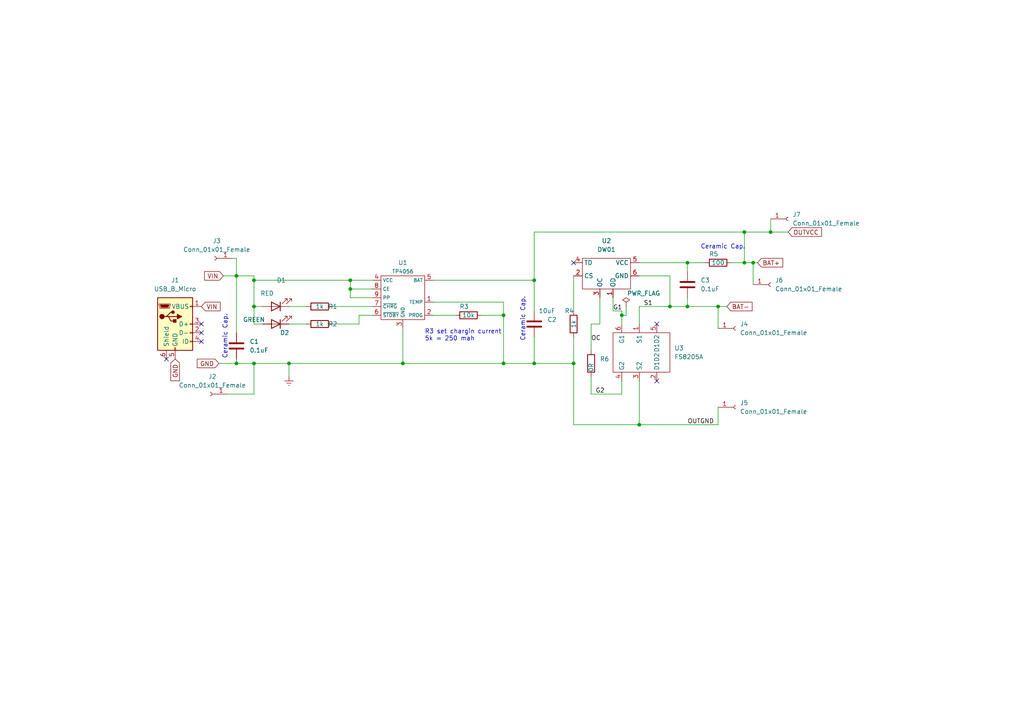
<source format=kicad_sch>
(kicad_sch (version 20230121) (generator eeschema)
  (paper "A4")
  (lib_symbols
    (symbol "Connector:Conn_01x01_Female" (pin_names (offset 1.016) hide)
      (property "Reference" "J" (at 0 2.54 0))
      (property "Value" "Conn_01x01_Female" (at 0 -2.54 0))
      (symbol "Conn_01x01_Female_1_1"
        (polyline (pts (xy -1.27 0) (xy -0.508 0)) (stroke (width 0.1524)))
        (arc (start 0 0.508) (mid -0.5058 0) (end 0 -0.508) (stroke (width 0.1524)))
        (pin passive line (at -5.08 0 0) (length 3.81) (name "Pin_1") (number "1"))
      )
    )
    (symbol "Connector:USB_B_Micro" (pin_names (offset 1.016))
      (property "Reference" "J" (at -5.08 11.43 0))
      (property "Value" "USB_B_Micro" (at -5.08 8.89 0))
      (symbol "USB_B_Micro_0_1"
        (rectangle (start -5.08 -7.62) (end 5.08 7.62) (stroke (width 0.254)) (fill (type background)))
        (circle (center -3.81 2.159) (radius 0.635) (stroke (width 0.254)) (fill (type outline)))
        (circle (center -0.635 3.429) (radius 0.381) (stroke (width 0.254)) (fill (type outline)))
        (rectangle (start -0.127 -7.62) (end 0.127 -6.858))
        (polyline (pts (xy -1.905 2.159) (xy 0.635 2.159)) (stroke (width 0.254)))
        (polyline (pts (xy -3.175 2.159) (xy -2.54 2.159) (xy -1.27 3.429) (xy -0.635 3.429)) (stroke (width 0.254)))
        (polyline (pts (xy -2.54 2.159) (xy -1.905 2.159) (xy -1.27 0.889) (xy 0 0.889)) (stroke (width 0.254)))
        (polyline (pts (xy 0.635 2.794) (xy 0.635 1.524) (xy 1.905 2.159) (xy 0.635 2.794)) (stroke (width 0.254)) (fill (type outline)))
        (polyline (pts (xy -4.318 5.588) (xy -1.778 5.588) (xy -2.032 4.826) (xy -4.064 4.826) (xy -4.318 5.588)) (fill (type outline)))
        (polyline (pts (xy -4.699 5.842) (xy -4.699 5.588) (xy -4.445 4.826) (xy -4.445 4.572) (xy -1.651 4.572) (xy -1.651 4.826) (xy -1.397 5.588) (xy -1.397 5.842) (xy -4.699 5.842)))
        (rectangle (start 0.254 1.27) (end -0.508 0.508) (stroke (width 0.254)) (fill (type outline)))
        (rectangle (start 5.08 -5.207) (end 4.318 -4.953))
        (rectangle (start 5.08 -2.667) (end 4.318 -2.413))
        (rectangle (start 5.08 -0.127) (end 4.318 0.127))
        (rectangle (start 5.08 4.953) (end 4.318 5.207))
      )
      (symbol "USB_B_Micro_1_1"
        (pin power_out line (at 7.62 5.08 180) (length 2.54) (name "VBUS") (number "1"))
        (pin bidirectional line (at 7.62 -2.54 180) (length 2.54) (name "D-") (number "2"))
        (pin bidirectional line (at 7.62 0 180) (length 2.54) (name "D+") (number "3"))
        (pin passive line (at 7.62 -5.08 180) (length 2.54) (name "ID") (number "4"))
        (pin power_out line (at 0 -10.16 90) (length 2.54) (name "GND") (number "5"))
        (pin passive line (at -2.54 -10.16 90) (length 2.54) (name "Shield") (number "6"))
      )
    )
    (symbol "Device:C" (pin_numbers hide) (pin_names (offset 0.254))
      (property "Reference" "C" (at 0.635 2.54 0))
      (property "Value" "C" (at 0.635 -2.54 0))
      (symbol "C_0_1"
        (polyline (pts (xy -2.032 -0.762) (xy 2.032 -0.762)) (stroke (width 0.508)))
        (polyline (pts (xy -2.032 0.762) (xy 2.032 0.762)) (stroke (width 0.508)))
      )
      (symbol "C_1_1"
        (pin passive line (at 0 3.81 270) (length 2.794) (name "~") (number "1"))
        (pin passive line (at 0 -3.81 90) (length 2.794) (name "~") (number "2"))
      )
    )
    (symbol "Device:LED" (pin_numbers hide) (pin_names (offset 1.016) hide)
      (property "Reference" "D" (at 0 2.54 0))
      (property "Value" "LED" (at 0 -2.54 0))
      (symbol "LED_0_1"
        (polyline (pts (xy -1.27 -1.27) (xy -1.27 1.27)) (stroke (width 0.254)))
        (polyline (pts (xy -1.27 0) (xy 1.27 0)))
        (polyline (pts (xy 1.27 -1.27) (xy 1.27 1.27) (xy -1.27 0) (xy 1.27 -1.27)) (stroke (width 0.254)))
        (polyline (pts (xy -3.048 -0.762) (xy -4.572 -2.286) (xy -3.81 -2.286) (xy -4.572 -2.286) (xy -4.572 -1.524)))
        (polyline (pts (xy -1.778 -0.762) (xy -3.302 -2.286) (xy -2.54 -2.286) (xy -3.302 -2.286) (xy -3.302 -1.524)))
      )
      (symbol "LED_1_1"
        (pin passive line (at -3.81 0 0) (length 2.54) (name "K") (number "1"))
        (pin passive line (at 3.81 0 180) (length 2.54) (name "A") (number "2"))
      )
    )
    (symbol "Device:R" (pin_numbers hide) (pin_names (offset 0))
      (property "Reference" "R" (at 2.032 0 90))
      (property "Value" "R" (at 0 0 90))
      (symbol "R_0_1"
        (rectangle (start -1.016 -2.54) (end 1.016 2.54) (stroke (width 0.254)))
      )
      (symbol "R_1_1"
        (pin passive line (at 0 3.81 270) (length 1.27) (name "~") (number "1"))
        (pin passive line (at 0 -3.81 90) (length 1.27) (name "~") (number "2"))
      )
    )
    (symbol "dw01:DW01"
      (property "Reference" "U" (at 1.27 10.16 0))
      (property "Value" "DW01" (at 11.43 10.16 0))
      (symbol "DW01_0_1"
        (rectangle (start 0 8.89) (end 13.97 0))
      )
      (symbol "DW01_1_1"
        (pin input line (at 8.89 -2.54 90) (length 2.54) (name "OD") (number "1"))
        (pin input line (at -2.54 3.81 0) (length 2.54) (name "CS") (number "2"))
        (pin input line (at 5.08 -2.54 90) (length 2.54) (name "OC") (number "3"))
        (pin input line (at -2.54 7.62 0) (length 2.54) (name "TD") (number "4"))
        (pin input line (at 16.51 7.62 180) (length 2.54) (name "VCC") (number "5"))
        (pin input line (at 16.51 3.81 180) (length 2.54) (name "GND") (number "6"))
      )
    )
    (symbol "fs8205:FS8205A"
      (property "Reference" "U" (at 1.27 5.08 0))
      (property "Value" "FS8205A" (at -1.27 8.89 90))
      (symbol "FS8205A_0_1"
        (rectangle (start 0 11.43) (end 16.51 0))
      )
      (symbol "FS8205A_1_1"
        (pin input line (at 7.62 13.97 270) (length 2.54) (name "S1") (number "1"))
        (pin input line (at 12.7 -2.54 90) (length 2.54) (name "D1D2") (number "2"))
        (pin input line (at 7.62 -2.54 90) (length 2.54) (name "S2") (number "3"))
        (pin input line (at 2.54 -2.54 90) (length 2.54) (name "G2") (number "4"))
        (pin input line (at 12.7 13.97 270) (length 2.54) (name "D1D2") (number "5"))
        (pin input line (at 2.54 13.97 270) (length 2.54) (name "G1") (number "6"))
      )
    )
    (symbol "power:Earth" (power) (pin_names (offset 0))
      (symbol "Earth_0_1"
        (polyline (pts (xy -0.635 -1.905) (xy 0.635 -1.905)))
        (polyline (pts (xy -0.127 -2.54) (xy 0.127 -2.54)))
        (polyline (pts (xy 0 -1.27) (xy 0 0)))
        (polyline (pts (xy 1.27 -1.27) (xy -1.27 -1.27)))
      )
      (symbol "Earth_1_1"
        (pin power_in line (at 0 0 270) (length 0) hide (name "Earth") (number "1"))
      )
    )
    (symbol "power:PWR_FLAG" (power) (pin_numbers hide) (pin_names (offset 0) hide)
      (property "Value" "PWR_FLAG" (at 0 3.81 0))
      (symbol "PWR_FLAG_0_0"
        (pin power_out line (at 0 0 90) (length 0) (name "pwr") (number "1"))
      )
      (symbol "PWR_FLAG_0_1"
        (polyline (pts (xy 0 0) (xy 0 1.27) (xy -1.016 1.905) (xy 0 2.54) (xy 1.016 1.905) (xy 0 1.27)))
      )
    )
    (symbol "tp4056:TP4056"
      (property "Reference" "U" (at 1.27 13.97 0))
      (property "Value" "TP4056" (at 8.89 13.97 0))
      (symbol "TP4056_0_1"
        (rectangle (start 0 12.7) (end 12.7 0))
      )
      (symbol "TP4056_1_1"
        (pin input line (at 15.24 5.08 180) (length 2.54) (name "TEMP") (number "1"))
        (pin input line (at 15.24 1.27 180) (length 2.54) (name "PROG") (number "2"))
        (pin input line (at 6.35 -2.54 90) (length 2.54) (name "GND") (number "3"))
        (pin input line (at -2.54 11.43 0) (length 2.54) (name "VCC") (number "4"))
        (pin input line (at 15.24 11.43 180) (length 2.54) (name "BAT") (number "5"))
        (pin input line (at -2.54 1.27 0) (length 2.54) (name "~{STDBY}") (number "6"))
        (pin input line (at -2.54 3.81 0) (length 2.54) (name "~{CHRG}") (number "7"))
        (pin input line (at -2.54 8.89 0) (length 2.54) (name "CE") (number "8"))
        (pin input line (at -2.54 6.35 0) (length 2.54) (name "PP") (number "9"))
      )
    )
  )
  (junction (at 73.66 88.9))
  (junction (at 208.28 88.9))
  (junction (at 180.34 91.44))
  (junction (at 194.31 88.9))
  (junction (at 146.05 105.41))
  (junction (at 218.44 76.2))
  (junction (at 154.94 105.41))
  (junction (at 154.94 81.28))
  (junction (at 83.82 105.41))
  (junction (at 73.66 105.41))
  (junction (at 185.42 123.19))
  (junction (at 101.6 81.28))
  (junction (at 166.37 105.41))
  (junction (at 199.39 88.9))
  (junction (at 68.58 80.01))
  (junction (at 223.52 67.31))
  (junction (at 146.05 91.44))
  (junction (at 101.6 83.82))
  (junction (at 116.84 105.41))
  (junction (at 215.9 76.2))
  (junction (at 199.39 76.2))
  (junction (at 215.9 67.31))
  (junction (at 73.66 81.28))
  (junction (at 68.58 105.41))
  (no_connect (at 58.42 93.98))
  (no_connect (at 58.42 99.06))
  (no_connect (at 58.42 96.52))
  (no_connect (at 166.37 76.2))
  (no_connect (at 190.5 110.49))
  (no_connect (at 190.5 93.98))
  (no_connect (at 48.26 104.14))
  (wire (pts (xy 116.84 105.41) (xy 146.05 105.41)))
  (wire (pts (xy 154.94 105.41) (xy 166.37 105.41)))
  (wire (pts (xy 194.31 80.01) (xy 194.31 88.9)))
  (wire (pts (xy 96.52 88.9) (xy 107.95 88.9)))
  (wire (pts (xy 73.66 81.28) (xy 101.6 81.28)))
  (wire (pts (xy 199.39 76.2) (xy 204.47 76.2)))
  (wire (pts (xy 73.66 105.41) (xy 83.82 105.41)))
  (wire (pts (xy 101.6 81.28) (xy 107.95 81.28)))
  (wire (pts (xy 154.94 81.28) (xy 154.94 90.17)))
  (wire (pts (xy 73.66 80.01) (xy 73.66 81.28)))
  (wire (pts (xy 154.94 67.31) (xy 215.9 67.31)))
  (wire (pts (xy 83.82 88.9) (xy 88.9 88.9)))
  (wire (pts (xy 83.82 105.41) (xy 83.82 109.22)))
  (wire (pts (xy 146.05 87.63) (xy 146.05 91.44)))
  (wire (pts (xy 101.6 83.82) (xy 107.95 83.82)))
  (wire (pts (xy 208.28 88.9) (xy 208.28 95.25)))
  (wire (pts (xy 101.6 81.28) (xy 101.6 83.82)))
  (wire (pts (xy 146.05 91.44) (xy 146.05 105.41)))
  (wire (pts (xy 76.2 93.98) (xy 73.66 93.98)))
  (wire (pts (xy 73.66 88.9) (xy 73.66 81.28)))
  (wire (pts (xy 215.9 67.31) (xy 215.9 76.2)))
  (wire (pts (xy 63.5 105.41) (xy 68.58 105.41)))
  (wire (pts (xy 194.31 88.9) (xy 199.39 88.9)))
  (wire (pts (xy 180.34 91.44) (xy 180.34 93.98)))
  (wire (pts (xy 177.8 90.17) (xy 180.34 90.17)))
  (wire (pts (xy 73.66 114.3) (xy 73.66 105.41)))
  (wire (pts (xy 73.66 88.9) (xy 76.2 88.9)))
  (wire (pts (xy 199.39 88.9) (xy 208.28 88.9)))
  (wire (pts (xy 185.42 76.2) (xy 199.39 76.2)))
  (wire (pts (xy 166.37 97.79) (xy 166.37 105.41)))
  (wire (pts (xy 215.9 76.2) (xy 218.44 76.2)))
  (wire (pts (xy 185.42 93.98) (xy 185.42 88.9)))
  (wire (pts (xy 66.04 114.3) (xy 73.66 114.3)))
  (wire (pts (xy 171.45 114.3) (xy 180.34 114.3)))
  (wire (pts (xy 177.8 86.36) (xy 177.8 90.17)))
  (wire (pts (xy 104.14 91.44) (xy 104.14 93.98)))
  (wire (pts (xy 68.58 105.41) (xy 73.66 105.41)))
  (wire (pts (xy 68.58 74.93) (xy 68.58 80.01)))
  (wire (pts (xy 107.95 86.36) (xy 101.6 86.36)))
  (wire (pts (xy 68.58 104.14) (xy 68.58 105.41)))
  (wire (pts (xy 223.52 63.5) (xy 223.52 67.31)))
  (wire (pts (xy 83.82 93.98) (xy 88.9 93.98)))
  (wire (pts (xy 146.05 105.41) (xy 154.94 105.41)))
  (wire (pts (xy 215.9 67.31) (xy 223.52 67.31)))
  (wire (pts (xy 218.44 76.2) (xy 219.71 76.2)))
  (wire (pts (xy 166.37 80.01) (xy 166.37 90.17)))
  (wire (pts (xy 166.37 105.41) (xy 166.37 123.19)))
  (wire (pts (xy 171.45 109.22) (xy 171.45 114.3)))
  (wire (pts (xy 154.94 67.31) (xy 154.94 81.28)))
  (wire (pts (xy 68.58 80.01) (xy 73.66 80.01)))
  (wire (pts (xy 104.14 93.98) (xy 96.52 93.98)))
  (wire (pts (xy 199.39 86.36) (xy 199.39 88.9)))
  (wire (pts (xy 67.31 74.93) (xy 68.58 74.93)))
  (wire (pts (xy 208.28 118.11) (xy 208.28 123.19)))
  (wire (pts (xy 139.7 91.44) (xy 146.05 91.44)))
  (wire (pts (xy 173.99 93.98) (xy 171.45 93.98)))
  (wire (pts (xy 73.66 93.98) (xy 73.66 88.9)))
  (wire (pts (xy 107.95 91.44) (xy 104.14 91.44)))
  (wire (pts (xy 212.09 76.2) (xy 215.9 76.2)))
  (wire (pts (xy 125.73 87.63) (xy 146.05 87.63)))
  (wire (pts (xy 68.58 80.01) (xy 68.58 96.52)))
  (wire (pts (xy 101.6 83.82) (xy 101.6 86.36)))
  (wire (pts (xy 208.28 88.9) (xy 210.82 88.9)))
  (wire (pts (xy 185.42 110.49) (xy 185.42 123.19)))
  (wire (pts (xy 185.42 80.01) (xy 194.31 80.01)))
  (wire (pts (xy 199.39 76.2) (xy 199.39 78.74)))
  (wire (pts (xy 185.42 123.19) (xy 208.28 123.19)))
  (wire (pts (xy 223.52 67.31) (xy 228.6 67.31)))
  (wire (pts (xy 185.42 88.9) (xy 194.31 88.9)))
  (wire (pts (xy 180.34 114.3) (xy 180.34 110.49)))
  (wire (pts (xy 83.82 105.41) (xy 116.84 105.41)))
  (wire (pts (xy 125.73 91.44) (xy 132.08 91.44)))
  (wire (pts (xy 181.61 88.9) (xy 181.61 91.44)))
  (wire (pts (xy 171.45 93.98) (xy 171.45 101.6)))
  (wire (pts (xy 173.99 86.36) (xy 173.99 93.98)))
  (wire (pts (xy 181.61 91.44) (xy 180.34 91.44)))
  (wire (pts (xy 180.34 90.17) (xy 180.34 91.44)))
  (wire (pts (xy 166.37 123.19) (xy 185.42 123.19)))
  (wire (pts (xy 154.94 97.79) (xy 154.94 105.41)))
  (wire (pts (xy 64.77 80.01) (xy 68.58 80.01)))
  (wire (pts (xy 116.84 95.25) (xy 116.84 105.41)))
  (wire (pts (xy 125.73 81.28) (xy 154.94 81.28)))
  (wire (pts (xy 218.44 76.2) (xy 218.44 82.55)))
  (text "Ceramic Cap." (at 66.04 104.14 90) (effects (font (size 1.27 1.27)) (justify left bottom)))
  (text "Ceramic Cap." (at 152.4 99.06 90) (effects (font (size 1.27 1.27)) (justify left bottom)))
  (text "R3 set chargin current\n5k = 250 mah" (at 123.19 99.06 0) (effects (font (size 1.27 1.27)) (justify left bottom)))
  (text "Ceramic Cap." (at 203.2 72.39 0) (effects (font (size 1.27 1.27)) (justify left bottom)))
  (label "OUTGND" (at 199.39 123.19 0))
  (label "G1" (at 177.8 90.17 0))
  (label "OC" (at 171.45 99.06 0))
  (label "G2" (at 172.72 114.3 0))
  (label "S1" (at 186.69 88.9 0))
  (global_label "VIN" (shape input) (at 64.77 80.01 180) (property "Intersheetrefs" "${INTERSHEET_REFS}" (effects hide)))
  (global_label "GND" (shape input) (at 63.5 105.41 180) (property "Intersheetrefs" "${INTERSHEET_REFS}" (effects hide)))
  (global_label "OUTVCC" (shape input) (at 228.6 67.31 0) (property "Intersheetrefs" "${INTERSHEET_REFS}" (effects hide)))
  (global_label "BAT+" (shape input) (at 219.71 76.2 0) (property "Intersheetrefs" "${INTERSHEET_REFS}" (effects hide)))
  (global_label "VIN" (shape input) (at 58.42 88.9 0) (property "Intersheetrefs" "${INTERSHEET_REFS}" (effects hide)))
  (global_label "GND" (shape input) (at 50.8 104.14 270) (property "Intersheetrefs" "${INTERSHEET_REFS}" (effects hide)))
  (global_label "BAT-" (shape input) (at 210.82 88.9 0) (property "Intersheetrefs" "${INTERSHEET_REFS}" (effects hide)))
  (symbol (lib_id "Device:C") (at 154.94 93.98 0) (unit 1)
    (property "Reference" "C2" (at 158.75 92.7099 0) (effects (justify left)))
    (property "Value" "10uF" (at 156.21 90.17 0) (effects (justify left)))
    (property "Footprint" "Capacitor_SMD:C_0805_2012Metric_Pad1.18x1.45mm_HandSolder" (effects hide))
  )
  (symbol (lib_id "power:Earth") (at 83.82 109.22 0) (unit 1)
    (property "Reference" "#PWR01" (effects hide))
    (property "Value" "Earth" (effects hide))
  )
  (symbol (lib_id "Device:LED") (at 80.01 88.9 180) (unit 1)
    (property "Reference" "D1" (at 81.5975 81.28 0))
    (property "Value" "RED" (at 77.47 85.09 0))
    (property "Footprint" "LED_SMD:LED_0805_2012Metric_Pad1.15x1.40mm_HandSolder" (effects hide))
  )
  (symbol (lib_id "Device:R") (at 92.71 88.9 90) (unit 1)
    (property "Reference" "R1" (at 96.52 88.9 90))
    (property "Value" "1k" (at 92.71 88.9 90))
    (property "Footprint" "Resistor_SMD:R_0603_1608Metric_Pad0.98x0.95mm_HandSolder" (effects hide))
  )
  (symbol (lib_id "tp4056:TP4056") (at 110.49 92.71 0) (unit 1)
    (property "Reference" "U1" (at 116.84 76.2 0))
    (property "Value" "TP4056" (at 116.84 78.74 0) (effects (font (size 1.1 1.1))))
    (property "Footprint" "Package_SO:SOIC-8-1EP_3.9x4.9mm_P1.27mm_EP2.29x3mm" (effects hide))
  )
  (symbol (lib_id "power:PWR_FLAG") (at 181.61 88.9 0) (unit 1)
    (property "Reference" "#FLG01" (effects hide))
    (property "Value" "PWR_FLAG" (at 186.69 85.09 0))
  )
  (symbol (lib_id "dw01:DW01") (at 168.91 83.82 0) (unit 1)
    (property "Reference" "U2" (at 175.895 69.85 0))
    (property "Value" "DW01" (at 175.895 72.39 0))
    (property "Footprint" "Package_TO_SOT_SMD:SOT-23-6_Handsoldering" (effects hide))
  )
  (symbol (lib_id "Device:C") (at 199.39 82.55 0) (unit 1)
    (property "Reference" "C3" (at 203.2 81.2799 0) (effects (justify left)))
    (property "Value" "0.1uF" (at 203.2 83.8199 0) (effects (justify left)))
    (property "Footprint" "Capacitor_SMD:C_0805_2012Metric_Pad1.18x1.45mm_HandSolder" (effects hide))
  )
  (symbol (lib_id "Device:C") (at 68.58 100.33 0) (unit 1)
    (property "Reference" "C1" (at 72.39 99.0599 0) (effects (justify left)))
    (property "Value" "0.1uF" (at 72.39 101.5999 0) (effects (justify left)))
    (property "Footprint" "Capacitor_SMD:C_0805_2012Metric_Pad1.18x1.45mm_HandSolder" (effects hide))
  )
  (symbol (lib_id "Device:LED") (at 80.01 93.98 180) (unit 1)
    (property "Reference" "D2" (at 82.55 96.52 0))
    (property "Value" "GREEN" (at 73.66 92.71 0))
    (property "Footprint" "LED_SMD:LED_0805_2012Metric_Pad1.15x1.40mm_HandSolder" (effects hide))
  )
  (symbol (lib_id "Device:R") (at 135.89 91.44 90) (unit 1)
    (property "Reference" "R3" (at 134.62 88.9 90))
    (property "Value" "10k" (at 135.89 91.44 90))
    (property "Footprint" "Resistor_SMD:R_0805_2012Metric_Pad1.20x1.40mm_HandSolder" (effects hide))
  )
  (symbol (lib_id "Connector:Conn_01x01_Female") (at 223.52 82.55 0) (unit 1)
    (property "Reference" "J6" (at 224.79 81.2799 0) (effects (justify left)))
    (property "Value" "Conn_01x01_Female" (at 224.79 83.8199 0) (effects (justify left)))
    (property "Footprint" "Connector_PinSocket_2.54mm:PinSocket_1x01_P2.54mm_Vertical" (effects hide))
  )
  (symbol (lib_id "Device:R") (at 166.37 93.98 180) (unit 1)
    (property "Reference" "R4" (at 165.1 90.17 0))
    (property "Value" "1k" (at 166.37 93.98 90))
    (property "Footprint" "Resistor_SMD:R_0603_1608Metric_Pad0.98x0.95mm_HandSolder" (effects hide))
  )
  (symbol (lib_id "Device:R") (at 208.28 76.2 270) (unit 1)
    (property "Reference" "R5" (at 207.01 73.66 90))
    (property "Value" "100" (at 208.28 76.2 90))
    (property "Footprint" "Resistor_SMD:R_0805_2012Metric_Pad1.20x1.40mm_HandSolder" (effects hide))
  )
  (symbol (lib_id "Connector:Conn_01x01_Female") (at 213.36 95.25 0) (unit 1)
    (property "Reference" "J4" (at 214.63 93.9799 0) (effects (justify left)))
    (property "Value" "Conn_01x01_Female" (at 214.63 96.5199 0) (effects (justify left)))
    (property "Footprint" "Connector_PinSocket_2.54mm:PinSocket_1x01_P2.54mm_Vertical" (effects hide))
  )
  (symbol (lib_id "Connector:Conn_01x01_Female") (at 228.6 63.5 0) (unit 1)
    (property "Reference" "J7" (at 229.87 62.2299 0) (effects (justify left)))
    (property "Value" "Conn_01x01_Female" (at 229.87 64.7699 0) (effects (justify left)))
    (property "Footprint" "Connector_PinSocket_2.54mm:PinSocket_1x01_P2.54mm_Vertical" (effects hide))
  )
  (symbol (lib_id "Connector:Conn_01x01_Female") (at 62.23 74.93 180) (unit 1)
    (property "Reference" "J3" (at 62.865 69.85 0))
    (property "Value" "Conn_01x01_Female" (at 62.865 72.39 0))
    (property "Footprint" "Connector_PinSocket_2.54mm:PinSocket_1x01_P2.54mm_Vertical" (effects hide))
  )
  (symbol (lib_id "fs8205:FS8205A") (at 177.8 107.95 0) (unit 1)
    (property "Reference" "U3" (at 195.58 100.9649 0) (effects (justify left)))
    (property "Value" "FS8205A" (at 195.58 103.5049 0) (effects (justify left)))
    (property "Footprint" "Package_TO_SOT_SMD:SOT-23-6_Handsoldering" (effects hide))
  )
  (symbol (lib_id "Device:R") (at 92.71 93.98 90) (unit 1)
    (property "Reference" "R2" (at 96.52 93.98 90))
    (property "Value" "1k" (at 92.71 93.98 90))
    (property "Footprint" "Resistor_SMD:R_0603_1608Metric_Pad0.98x0.95mm_HandSolder" (effects hide))
  )
  (symbol (lib_id "Device:R") (at 171.45 105.41 0) (unit 1)
    (property "Reference" "R6" (at 173.99 104.1399 0) (effects (justify left)))
    (property "Value" "0R" (at 171.45 107.95 90) (effects (justify left)))
    (property "Footprint" "Resistor_SMD:R_1206_3216Metric_Pad1.30x1.75mm_HandSolder" (effects hide))
  )
  (symbol (lib_id "Connector:Conn_01x01_Female") (at 60.96 114.3 180) (unit 1)
    (property "Reference" "J2" (at 61.595 109.22 0))
    (property "Value" "Conn_01x01_Female" (at 61.595 111.76 0))
    (property "Footprint" "Connector_PinSocket_2.54mm:PinSocket_1x01_P2.54mm_Vertical" (effects hide))
  )
  (symbol (lib_id "Connector:Conn_01x01_Female") (at 213.36 118.11 0) (unit 1)
    (property "Reference" "J5" (at 214.63 116.8399 0) (effects (justify left)))
    (property "Value" "Conn_01x01_Female" (at 214.63 119.3799 0) (effects (justify left)))
    (property "Footprint" "Connector_PinSocket_2.54mm:PinSocket_1x01_P2.54mm_Vertical" (effects hide))
  )
  (symbol (lib_id "Connector:USB_B_Micro") (at 50.8 93.98 0) (unit 1)
    (property "Reference" "J1" (at 50.8 81.28 0))
    (property "Value" "USB_B_Micro" (at 50.8 83.82 0))
    (property "Footprint" "usb_footprint:tp4056_USB_Micro-B_Molex_47346-0001_fix" (effects hide))
  )
)
</source>
